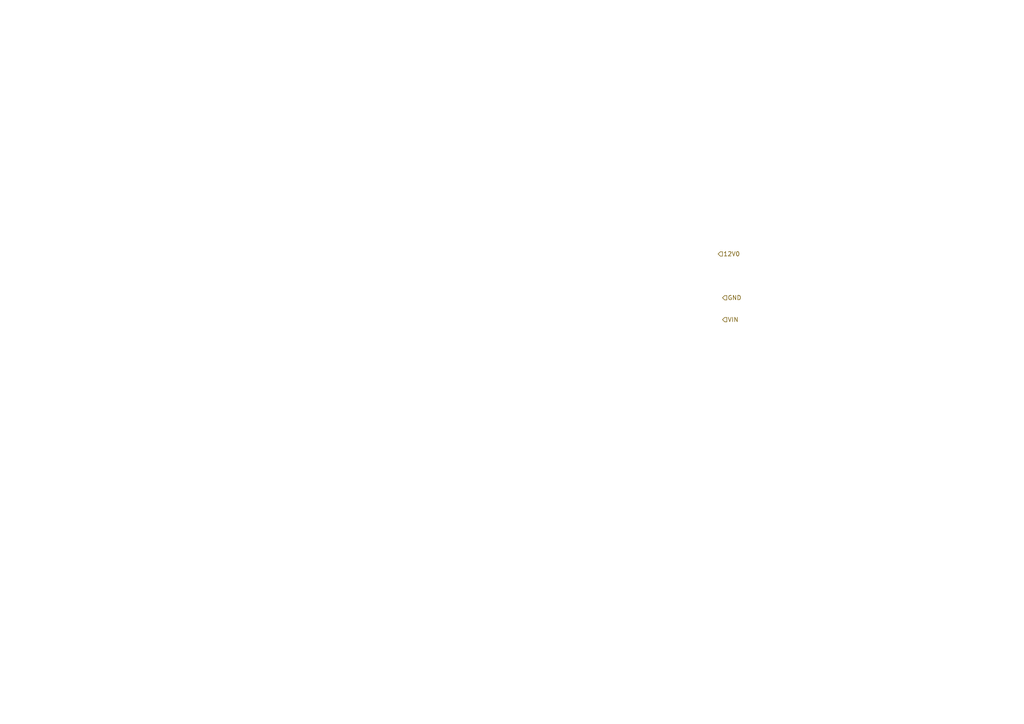
<source format=kicad_sch>
(kicad_sch (version 20211123) (generator eeschema)
  (paper "A4")
  (lib_symbols)
  (hierarchical_label "VIN" (shape input) (at 209.55 92.71 0))
  (hierarchical_label "GND" (shape input) (at 209.55 86.36 0))
  (hierarchical_label "12V0" (shape input) (at 208.28 73.66 0))
)
</source>
